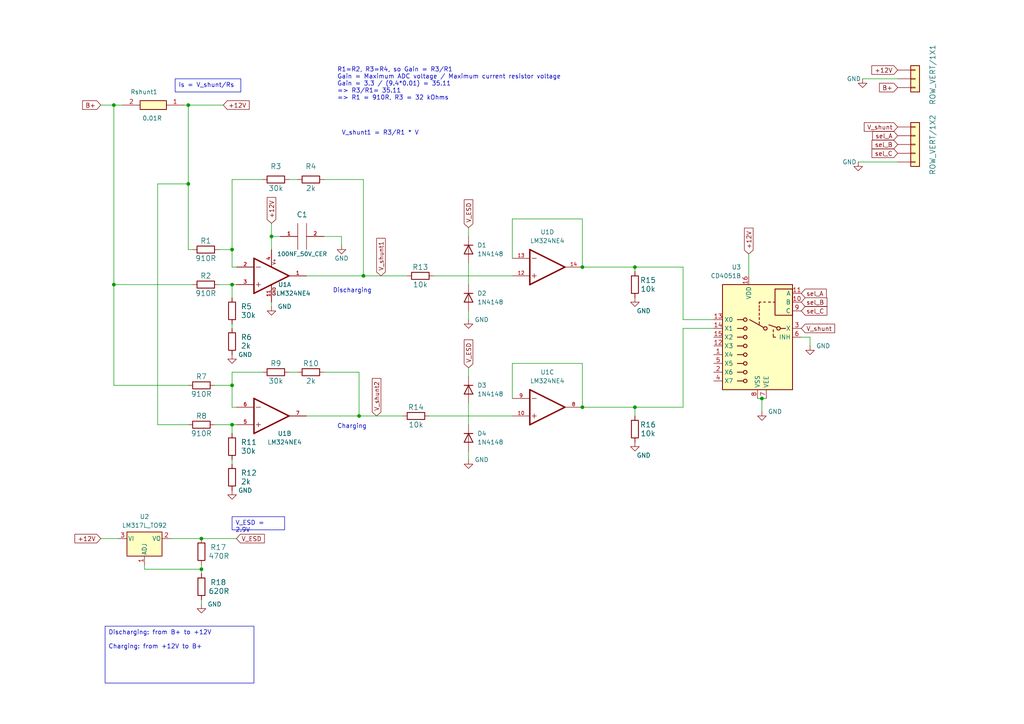
<source format=kicad_sch>
(kicad_sch (version 20230121) (generator eeschema)
  (paper "A4")
  (lib_symbols
    (symbol "Analog_Switch:CD4051B"
      (property "Reference" "U" (at -10.16 16.51 0))
      (property "Value" "CD4051B" (at 3.81 16.51 0))
      (symbol "CD4051B_0_1"
        (rectangle (start -10.16 6.35) (end -5.08 13.97) (stroke (width 0.254)))
        (rectangle (start -10.16 15.24) (end 10.16 -15.24) (stroke (width 0.254)) (fill (type background)))
        (circle (center -6.096 2.54) (radius 0.508) (stroke (width 0.254)))
        (circle (center -2.286 2.54) (radius 0.508) (stroke (width 0.254)))
        (polyline (pts (xy -8.128 2.54) (xy -6.604 2.54)) (stroke (width 0.254)))
        (polyline (pts (xy -5.588 2.794) (xy -3.302 3.556)) (stroke (width 0.254)))
        (polyline (pts (xy -4.572 0) (xy -5.207 0)) (stroke (width 0.254)))
        (polyline (pts (xy -4.572 0.254) (xy -4.572 0.889)) (stroke (width 0.254)))
        (polyline (pts (xy -4.572 1.524) (xy -4.572 2.159)) (stroke (width 0.254)))
        (polyline (pts (xy -4.572 10.16) (xy -5.08 10.16)) (stroke (width 0.254)))
        (polyline (pts (xy -3.81 10.16) (xy -3.175 10.16)) (stroke (width 0.254)))
        (polyline (pts (xy -1.778 2.794) (xy 2.286 5.08)) (stroke (width 0.254)))
        (polyline (pts (xy -1.778 10.16) (xy -2.286 10.16)) (stroke (width 0.254)))
        (polyline (pts (xy -0.508 3.81) (xy -0.508 4.445)) (stroke (width 0.254)))
        (polyline (pts (xy -0.508 5.08) (xy -0.508 5.715)) (stroke (width 0.254)))
        (polyline (pts (xy -0.508 6.35) (xy -0.508 6.985)) (stroke (width 0.254)))
        (polyline (pts (xy -0.508 7.62) (xy -0.508 8.255)) (stroke (width 0.254)))
        (polyline (pts (xy -0.508 8.636) (xy -0.508 9.144)) (stroke (width 0.254)))
        (polyline (pts (xy -0.508 9.652) (xy -0.508 10.16)) (stroke (width 0.254)))
        (polyline (pts (xy -0.508 10.16) (xy -1.016 10.16)) (stroke (width 0.254)))
        (polyline (pts (xy 4.064 -12.7) (xy 5.842 -12.7)) (stroke (width 0.254)))
        (polyline (pts (xy 4.064 -10.16) (xy 5.842 -10.16)) (stroke (width 0.254)))
        (polyline (pts (xy 4.064 -7.62) (xy 5.842 -7.62)) (stroke (width 0.254)))
        (polyline (pts (xy 4.064 -5.08) (xy 5.842 -5.08)) (stroke (width 0.254)))
        (polyline (pts (xy 4.064 -2.54) (xy 5.842 -2.54)) (stroke (width 0.254)))
        (polyline (pts (xy 4.064 0) (xy 5.842 0)) (stroke (width 0.254)))
        (polyline (pts (xy 4.064 2.54) (xy 5.842 2.54)) (stroke (width 0.254)))
        (polyline (pts (xy 4.064 5.08) (xy 5.842 5.08)) (stroke (width 0.254)))
        (circle (center 3.556 -12.7) (radius 0.508) (stroke (width 0.254)))
        (circle (center 3.556 -10.16) (radius 0.508) (stroke (width 0.254)))
        (circle (center 3.556 -7.62) (radius 0.508) (stroke (width 0.254)))
        (circle (center 3.556 -5.08) (radius 0.508) (stroke (width 0.254)))
        (circle (center 3.556 -2.54) (radius 0.508) (stroke (width 0.254)))
        (circle (center 3.556 0) (radius 0.508) (stroke (width 0.254)))
        (circle (center 3.556 2.54) (radius 0.508) (stroke (width 0.254)))
        (circle (center 3.556 5.08) (radius 0.508) (stroke (width 0.254)))
      )
      (symbol "CD4051B_1_1"
        (pin bidirectional line (at 12.7 -5.08 180) (length 2.54) (name "X4") (number "1"))
        (pin input line (at -12.7 10.16 0) (length 2.54) (name "B") (number "10"))
        (pin input line (at -12.7 12.7 0) (length 2.54) (name "A") (number "11"))
        (pin bidirectional line (at 12.7 -2.54 180) (length 2.54) (name "X3") (number "12"))
        (pin bidirectional line (at 12.7 5.08 180) (length 2.54) (name "X0") (number "13"))
        (pin bidirectional line (at 12.7 2.54 180) (length 2.54) (name "X1") (number "14"))
        (pin bidirectional line (at 12.7 0 180) (length 2.54) (name "X2") (number "15"))
        (pin power_in line (at 2.54 17.78 270) (length 2.54) (name "VDD") (number "16"))
        (pin bidirectional line (at 12.7 -10.16 180) (length 2.54) (name "X6") (number "2"))
        (pin bidirectional line (at -12.7 2.54 0) (length 2.54) (name "X") (number "3"))
        (pin bidirectional line (at 12.7 -12.7 180) (length 2.54) (name "X7") (number "4"))
        (pin bidirectional line (at 12.7 -7.62 180) (length 2.54) (name "X5") (number "5"))
        (pin input line (at -12.7 0 0) (length 2.54) (name "INH") (number "6"))
        (pin power_in line (at -2.54 -17.78 90) (length 2.54) (name "VEE") (number "7"))
        (pin power_in line (at 0 -17.78 90) (length 2.54) (name "VSS") (number "8"))
        (pin input line (at -12.7 7.62 0) (length 2.54) (name "C") (number "9"))
      )
    )
    (symbol "Diode:1N4148" (pin_numbers hide) (pin_names hide)
      (property "Reference" "D" (at 0 2.54 0))
      (property "Value" "1N4148" (at 0 -2.54 0))
      (symbol "1N4148_0_1"
        (polyline (pts (xy -1.27 1.27) (xy -1.27 -1.27)) (stroke (width 0.254)))
        (polyline (pts (xy 1.27 0) (xy -1.27 0)))
        (polyline (pts (xy 1.27 1.27) (xy 1.27 -1.27) (xy -1.27 0) (xy 1.27 1.27)) (stroke (width 0.254)))
      )
      (symbol "1N4148_1_1"
        (pin passive line (at -3.81 0 0) (length 2.54) (name "K") (number "1"))
        (pin passive line (at 3.81 0 180) (length 2.54) (name "A") (number "2"))
      )
    )
    (symbol "LM324NE4:LM324NE4" (pin_names (offset 1.016))
      (property "Reference" "U" (at 2.54 3.175 0))
      (property "Value" "LM324NE4" (at 2.54 -3.175 0))
      (symbol "LM324NE4_1_0"
        (polyline (pts (xy -5.08 -5.08) (xy 5.08 0)) (stroke (width 0.4064)))
        (polyline (pts (xy -5.08 5.08) (xy -5.08 -5.08)) (stroke (width 0.4064)))
        (polyline (pts (xy -4.445 -2.54) (xy -3.175 -2.54)) (stroke (width 0.1524)))
        (polyline (pts (xy -4.445 2.54) (xy -3.175 2.54)) (stroke (width 0.1524)))
        (polyline (pts (xy -3.81 -1.905) (xy -3.81 -3.175)) (stroke (width 0.1524)))
        (polyline (pts (xy 5.08 0) (xy -5.08 5.08)) (stroke (width 0.4064)))
        (text "GND" (at 1.27 -3.175 900) (effects (font (size 0.8128 0.8128)) (justify right bottom)))
        (text "V+" (at 1.27 3.175 900) (effects (font (size 0.8128 0.8128)) (justify left bottom)))
        (pin output line (at 10.16 0 180) (length 5.08) (name "~") (number "1"))
        (pin power_in line (at 0 -7.62 90) (length 5.08) (name "~") (number "11"))
        (pin input line (at -10.16 2.54 0) (length 5.08) (name "~") (number "2"))
        (pin input line (at -10.16 -2.54 0) (length 5.08) (name "~") (number "3"))
        (pin power_in line (at 0 7.62 270) (length 5.08) (name "~") (number "4"))
      )
      (symbol "LM324NE4_2_0"
        (polyline (pts (xy -5.08 -5.08) (xy 5.08 0)) (stroke (width 0.4064)))
        (polyline (pts (xy -5.08 5.08) (xy -5.08 -5.08)) (stroke (width 0.4064)))
        (polyline (pts (xy -4.445 -2.54) (xy -3.175 -2.54)) (stroke (width 0.1524)))
        (polyline (pts (xy -4.445 2.54) (xy -3.175 2.54)) (stroke (width 0.1524)))
        (polyline (pts (xy -3.81 -1.905) (xy -3.81 -3.175)) (stroke (width 0.1524)))
        (polyline (pts (xy 5.08 0) (xy -5.08 5.08)) (stroke (width 0.4064)))
        (pin input line (at -10.16 -2.54 0) (length 5.08) (name "~") (number "5"))
        (pin input line (at -10.16 2.54 0) (length 5.08) (name "~") (number "6"))
        (pin output line (at 10.16 0 180) (length 5.08) (name "~") (number "7"))
      )
      (symbol "LM324NE4_3_0"
        (polyline (pts (xy -5.08 -5.08) (xy 5.08 0)) (stroke (width 0.4064)))
        (polyline (pts (xy -5.08 5.08) (xy -5.08 -5.08)) (stroke (width 0.4064)))
        (polyline (pts (xy -4.445 -2.54) (xy -3.175 -2.54)) (stroke (width 0.1524)))
        (polyline (pts (xy -4.445 2.54) (xy -3.175 2.54)) (stroke (width 0.1524)))
        (polyline (pts (xy -3.81 -1.905) (xy -3.81 -3.175)) (stroke (width 0.1524)))
        (polyline (pts (xy 5.08 0) (xy -5.08 5.08)) (stroke (width 0.4064)))
        (pin input line (at -10.16 -2.54 0) (length 5.08) (name "~") (number "10"))
        (pin output line (at 10.16 0 180) (length 5.08) (name "~") (number "8"))
        (pin input line (at -10.16 2.54 0) (length 5.08) (name "~") (number "9"))
      )
      (symbol "LM324NE4_4_0"
        (polyline (pts (xy -5.08 -5.08) (xy 5.08 0)) (stroke (width 0.4064)))
        (polyline (pts (xy -5.08 5.08) (xy -5.08 -5.08)) (stroke (width 0.4064)))
        (polyline (pts (xy -4.445 -2.54) (xy -3.175 -2.54)) (stroke (width 0.1524)))
        (polyline (pts (xy -4.445 2.54) (xy -3.175 2.54)) (stroke (width 0.1524)))
        (polyline (pts (xy -3.81 -1.905) (xy -3.81 -3.175)) (stroke (width 0.1524)))
        (polyline (pts (xy 5.08 0) (xy -5.08 5.08)) (stroke (width 0.4064)))
        (pin input line (at -10.16 -2.54 0) (length 5.08) (name "~") (number "12"))
        (pin input line (at -10.16 2.54 0) (length 5.08) (name "~") (number "13"))
        (pin output line (at 10.16 0 180) (length 5.08) (name "~") (number "14"))
      )
    )
    (symbol "Regulator_Linear:LM317L_TO92" (pin_names (offset 0.254))
      (property "Reference" "U" (at -3.81 3.175 0))
      (property "Value" "LM317L_TO92" (at 0 3.175 0))
      (symbol "LM317L_TO92_0_1"
        (rectangle (start -5.08 1.905) (end 5.08 -5.08) (stroke (width 0.254)) (fill (type background)))
      )
      (symbol "LM317L_TO92_1_1"
        (pin input line (at 0 -7.62 90) (length 2.54) (name "ADJ") (number "1"))
        (pin power_out line (at 7.62 0 180) (length 2.54) (name "VO") (number "2"))
        (pin power_in line (at -7.62 0 0) (length 2.54) (name "VI") (number "3"))
      )
    )
    (symbol "Shunt Resistor WLBR010FET:WLBR010FET" (pin_names hide)
      (property "Reference" "R" (at 13.97 6.35 0))
      (property "Value" "WLBR010FET" (at 13.97 3.81 0))
      (symbol "WLBR010FET_1_1"
        (rectangle (start 5.08 1.27) (end 12.7 -1.27) (stroke (width 0.254)) (fill (type background)))
        (pin passive line (at 0 0 0) (length 5.08) (name "1") (number "1"))
        (pin passive line (at 17.78 0 180) (length 5.08) (name "2") (number "2"))
      )
    )
    (symbol "VAMK_C:100NF_50V_CER" (pin_names (offset 0))
      (property "Reference" "C" (at 0 7.62 0))
      (symbol "100NF_50V_CER_1_1"
        (polyline (pts (xy -1.27 -3.81) (xy -1.27 3.81)))
        (polyline (pts (xy 1.27 -3.81) (xy 1.27 3.81)))
        (pin passive line (at -6.35 0 0) (length 5.08) (name "~") (number "1"))
        (pin passive line (at 6.35 0 180) (length 5.08) (name "~") (number "2"))
      )
    )
    (symbol "VAMK_CON:ROW_VERT_1X3" (pin_numbers hide) (pin_names (offset 0) hide)
      (property "Reference" "ROW_VERT/1X3" (at 12.7 5.08 0))
      (symbol "ROW_VERT_1X3_1_1"
        (rectangle (start -1.27 -2.413) (end 0 -2.667) (stroke (width 0.1524)))
        (rectangle (start -1.27 0.127) (end 0 -0.127) (stroke (width 0.1524)))
        (rectangle (start -1.27 2.667) (end 0 2.413) (stroke (width 0.1524)))
        (rectangle (start -1.27 3.81) (end 1.27 -3.81) (stroke (width 0.254)) (fill (type background)))
        (pin passive line (at -5.08 2.54 0) (length 3.81) (name "Pin_1") (number "1"))
        (pin passive line (at -5.08 0 0) (length 3.81) (name "Pin_2") (number "2"))
        (pin passive line (at -5.08 -2.54 0) (length 3.81) (name "Pin_3") (number "3"))
      )
    )
    (symbol "VAMK_CON:ROW_VERT_1X5" (pin_numbers hide) (pin_names (offset 0) hide)
      (property "Reference" "ROW_VERT/1X5" (at 12.7 5.08 0))
      (symbol "ROW_VERT_1X5_1_1"
        (rectangle (start -1.27 -4.953) (end 0 -5.207) (stroke (width 0.1524)))
        (rectangle (start -1.27 -2.413) (end 0 -2.667) (stroke (width 0.1524)))
        (rectangle (start -1.27 0.127) (end 0 -0.127) (stroke (width 0.1524)))
        (rectangle (start -1.27 2.667) (end 0 2.413) (stroke (width 0.1524)))
        (rectangle (start -1.27 5.207) (end 0 4.953) (stroke (width 0.1524)))
        (rectangle (start -1.27 6.35) (end 1.27 -6.35) (stroke (width 0.254)) (fill (type background)))
        (pin passive line (at -5.08 5.08 0) (length 3.81) (name "Pin_1") (number "1"))
        (pin passive line (at -5.08 2.54 0) (length 3.81) (name "Pin_2") (number "2"))
        (pin passive line (at -5.08 0 0) (length 3.81) (name "Pin_3") (number "3"))
        (pin passive line (at -5.08 -2.54 0) (length 3.81) (name "Pin_4") (number "4"))
        (pin passive line (at -5.08 -5.08 0) (length 3.81) (name "Pin_5") (number "5"))
      )
    )
    (symbol "VAMK_R:10k" (pin_numbers hide) (pin_names (offset 0) hide)
      (property "Reference" "R" (at 0 0 0))
      (symbol "10k_1_1"
        (rectangle (start 2.54 -1.016) (end -2.54 1.016) (stroke (width 0.254)))
        (pin passive line (at -3.81 0 0) (length 1.27) (name "~") (number "1"))
        (pin passive line (at 3.81 0 180) (length 1.27) (name "~") (number "2"))
      )
    )
    (symbol "VAMK_R:2k" (pin_numbers hide) (pin_names (offset 0) hide)
      (property "Reference" "R" (at 0 0 0))
      (symbol "2k_1_1"
        (rectangle (start 2.54 -1.016) (end -2.54 1.016) (stroke (width 0.254)))
        (pin passive line (at -3.81 0 0) (length 1.27) (name "~") (number "1"))
        (pin passive line (at 3.81 0 180) (length 1.27) (name "~") (number "2"))
      )
    )
    (symbol "VAMK_R:30k" (pin_numbers hide) (pin_names (offset 0) hide)
      (property "Reference" "R" (at 0 0 0))
      (symbol "30k_1_1"
        (rectangle (start 2.54 -1.016) (end -2.54 1.016) (stroke (width 0.254)))
        (pin passive line (at -3.81 0 0) (length 1.27) (name "~") (number "1"))
        (pin passive line (at 3.81 0 180) (length 1.27) (name "~") (number "2"))
      )
    )
    (symbol "VAMK_R:470R" (pin_numbers hide) (pin_names (offset 0) hide)
      (property "Reference" "R" (at 0 0 0))
      (symbol "470R_1_1"
        (rectangle (start 2.54 -1.016) (end -2.54 1.016) (stroke (width 0.254)))
        (pin passive line (at -3.81 0 0) (length 1.27) (name "~") (number "1"))
        (pin passive line (at 3.81 0 180) (length 1.27) (name "~") (number "2"))
      )
    )
    (symbol "VAMK_R:620R" (pin_numbers hide) (pin_names (offset 0) hide)
      (property "Reference" "R" (at 0 0 0))
      (symbol "620R_1_1"
        (rectangle (start 2.54 -1.016) (end -2.54 1.016) (stroke (width 0.254)))
        (pin passive line (at -3.81 0 0) (length 1.27) (name "~") (number "1"))
        (pin passive line (at 3.81 0 180) (length 1.27) (name "~") (number "2"))
      )
    )
    (symbol "VAMK_R:910R" (pin_numbers hide) (pin_names (offset 0) hide)
      (property "Reference" "R" (at 0 0 0))
      (symbol "910R_1_1"
        (rectangle (start 2.54 -1.016) (end -2.54 1.016) (stroke (width 0.254)))
        (pin passive line (at -3.81 0 0) (length 1.27) (name "~") (number "1"))
        (pin passive line (at 3.81 0 180) (length 1.27) (name "~") (number "2"))
      )
    )
    (symbol "power:GND" (power) (pin_names (offset 0))
      (property "Value" "GND" (at 0 -3.81 0))
      (symbol "GND_0_1"
        (polyline (pts (xy 0 0) (xy 0 -1.27) (xy 1.27 -1.27) (xy 0 -2.54) (xy -1.27 -1.27) (xy 0 -1.27)))
      )
      (symbol "GND_1_1"
        (pin power_in line (at 0 0 270) (length 0) hide (name "GND") (number "1"))
      )
    )
  )
  (junction (at 67.31 123.19))
  (junction (at 58.42 165.1))
  (junction (at 168.91 77.47))
  (junction (at 67.31 111.76))
  (junction (at 184.15 77.47))
  (junction (at 67.31 82.55))
  (junction (at 54.61 30.48))
  (junction (at 104.14 120.65))
  (junction (at 184.15 118.11))
  (junction (at 58.42 156.21))
  (junction (at 54.61 53.34))
  (junction (at 105.41 80.01))
  (junction (at 220.98 115.57))
  (junction (at 78.74 68.58))
  (junction (at 33.02 82.55))
  (junction (at 168.91 118.11))
  (junction (at 33.02 30.48))
  (junction (at 67.31 72.39))
  (wire (pts (xy 54.61 30.48) (xy 64.77 30.48)))
  (wire (pts (xy 135.89 90.17) (xy 135.89 92.71)))
  (wire (pts (xy 220.98 115.57) (xy 222.25 115.57)))
  (wire (pts (xy 49.53 156.21) (xy 58.42 156.21)))
  (wire (pts (xy 54.61 53.34) (xy 54.61 72.39)))
  (wire (pts (xy 148.59 115.57) (xy 148.59 105.41)))
  (wire (pts (xy 234.95 97.79) (xy 234.95 100.33)))
  (wire (pts (xy 217.17 73.66) (xy 217.17 80.01)))
  (wire (pts (xy 93.98 52.07) (xy 105.41 52.07)))
  (wire (pts (xy 67.31 77.47) (xy 68.58 77.47)))
  (wire (pts (xy 148.59 105.41) (xy 168.91 105.41)))
  (wire (pts (xy 105.41 52.07) (xy 105.41 80.01)))
  (wire (pts (xy 93.98 107.95) (xy 104.14 107.95)))
  (wire (pts (xy 58.42 165.1) (xy 58.42 166.37)))
  (wire (pts (xy 220.98 115.57) (xy 220.98 119.38)))
  (wire (pts (xy 219.71 115.57) (xy 220.98 115.57)))
  (wire (pts (xy 198.12 95.25) (xy 198.12 118.11)))
  (wire (pts (xy 232.41 97.79) (xy 234.95 97.79)))
  (wire (pts (xy 62.23 123.19) (xy 67.31 123.19)))
  (wire (pts (xy 135.89 106.68) (xy 135.89 109.22)))
  (wire (pts (xy 168.91 118.11) (xy 184.15 118.11)))
  (wire (pts (xy 45.72 53.34) (xy 45.72 123.19)))
  (wire (pts (xy 78.74 68.58) (xy 81.28 68.58)))
  (wire (pts (xy 33.02 111.76) (xy 33.02 82.55)))
  (wire (pts (xy 78.74 68.58) (xy 78.74 72.39)))
  (wire (pts (xy 135.89 66.04) (xy 135.89 68.58)))
  (wire (pts (xy 184.15 77.47) (xy 184.15 78.74)))
  (wire (pts (xy 58.42 173.99) (xy 58.42 175.26)))
  (wire (pts (xy 54.61 30.48) (xy 54.61 53.34)))
  (wire (pts (xy 35.56 30.48) (xy 33.02 30.48)))
  (wire (pts (xy 33.02 30.48) (xy 29.21 30.48)))
  (wire (pts (xy 67.31 72.39) (xy 67.31 77.47)))
  (wire (pts (xy 148.59 63.5) (xy 168.91 63.5)))
  (wire (pts (xy 124.46 120.65) (xy 148.59 120.65)))
  (wire (pts (xy 58.42 163.83) (xy 58.42 165.1)))
  (wire (pts (xy 184.15 118.11) (xy 198.12 118.11)))
  (wire (pts (xy 260.35 46.99) (xy 248.92 46.99)))
  (wire (pts (xy 148.59 74.93) (xy 148.59 63.5)))
  (wire (pts (xy 88.9 120.65) (xy 104.14 120.65)))
  (wire (pts (xy 67.31 111.76) (xy 67.31 118.11)))
  (wire (pts (xy 83.82 52.07) (xy 86.36 52.07)))
  (wire (pts (xy 41.91 163.83) (xy 41.91 165.1)))
  (wire (pts (xy 198.12 95.25) (xy 207.01 95.25)))
  (wire (pts (xy 184.15 120.65) (xy 184.15 118.11)))
  (wire (pts (xy 135.89 76.2) (xy 135.89 82.55)))
  (wire (pts (xy 67.31 118.11) (xy 68.58 118.11)))
  (wire (pts (xy 250.19 22.86) (xy 260.35 22.86)))
  (wire (pts (xy 41.91 165.1) (xy 58.42 165.1)))
  (wire (pts (xy 33.02 82.55) (xy 55.88 82.55)))
  (wire (pts (xy 67.31 111.76) (xy 62.23 111.76)))
  (wire (pts (xy 67.31 123.19) (xy 68.58 123.19)))
  (wire (pts (xy 68.58 82.55) (xy 67.31 82.55)))
  (wire (pts (xy 67.31 52.07) (xy 67.31 72.39)))
  (wire (pts (xy 63.5 72.39) (xy 67.31 72.39)))
  (wire (pts (xy 58.42 156.21) (xy 68.58 156.21)))
  (wire (pts (xy 168.91 63.5) (xy 168.91 77.47)))
  (wire (pts (xy 67.31 133.35) (xy 67.31 134.62)))
  (wire (pts (xy 67.31 125.73) (xy 67.31 123.19)))
  (wire (pts (xy 83.82 107.95) (xy 86.36 107.95)))
  (wire (pts (xy 184.15 77.47) (xy 198.12 77.47)))
  (wire (pts (xy 105.41 80.01) (xy 118.11 80.01)))
  (wire (pts (xy 99.06 68.58) (xy 99.06 71.12)))
  (wire (pts (xy 67.31 82.55) (xy 63.5 82.55)))
  (wire (pts (xy 29.21 156.21) (xy 34.29 156.21)))
  (wire (pts (xy 104.14 120.65) (xy 116.84 120.65)))
  (wire (pts (xy 93.98 68.58) (xy 99.06 68.58)))
  (wire (pts (xy 54.61 53.34) (xy 45.72 53.34)))
  (wire (pts (xy 67.31 52.07) (xy 76.2 52.07)))
  (wire (pts (xy 33.02 30.48) (xy 33.02 82.55)))
  (wire (pts (xy 54.61 30.48) (xy 53.34 30.48)))
  (wire (pts (xy 168.91 105.41) (xy 168.91 118.11)))
  (wire (pts (xy 125.73 80.01) (xy 148.59 80.01)))
  (wire (pts (xy 54.61 111.76) (xy 33.02 111.76)))
  (wire (pts (xy 104.14 107.95) (xy 104.14 120.65)))
  (wire (pts (xy 88.9 80.01) (xy 105.41 80.01)))
  (wire (pts (xy 55.88 72.39) (xy 54.61 72.39)))
  (wire (pts (xy 198.12 92.71) (xy 207.01 92.71)))
  (wire (pts (xy 45.72 123.19) (xy 54.61 123.19)))
  (wire (pts (xy 135.89 116.84) (xy 135.89 123.19)))
  (wire (pts (xy 168.91 77.47) (xy 184.15 77.47)))
  (wire (pts (xy 198.12 77.47) (xy 198.12 92.71)))
  (wire (pts (xy 78.74 88.9) (xy 78.74 87.63)))
  (wire (pts (xy 67.31 93.98) (xy 67.31 95.25)))
  (wire (pts (xy 67.31 107.95) (xy 76.2 107.95)))
  (wire (pts (xy 67.31 82.55) (xy 67.31 86.36)))
  (wire (pts (xy 78.74 64.77) (xy 78.74 68.58)))
  (wire (pts (xy 67.31 111.76) (xy 67.31 107.95)))
  (wire (pts (xy 135.89 130.81) (xy 135.89 133.35)))
  (text_box "Discharging: from B+ to +12V\n\nCharging: from +12V to B+" (at 30.48 181.61 0) (size 43.18 16.51) (effects (font (size 1.27 1.27)) (justify left top)))
  (text_box "V_ESD = 2.9V" (at 67.31 149.86 0) (size 15.24 3.81) (effects (font (size 1.27 1.27)) (justify left top)))
  (text_box "Is = V_shunt/Rs" (at 50.8 22.86 0) (size 19.05 3.81) (effects (font (size 1.27 1.27)) (justify left top)))
  (text "R1=R2, R3=R4, so Gain = R3/R1\nGain = Maximum ADC voltage / Maximum current resistor voltage\nGain = 3.3 / (9.4*0.01) = 35.11\n=> R3/R1= 35.11\n=> R1 = 910R, R3 = 32 kOhms" (at 97.79 29.21 0) (effects (font (size 1.27 1.27)) (justify left bottom)))
  (text "Charging\n" (at 97.79 124.46 0) (effects (font (size 1.27 1.27)) (justify left bottom)))
  (text "Discharging" (at 96.52 85.09 0) (effects (font (size 1.27 1.27)) (justify left bottom)))
  (text "V_shunt1 = R3/R1 * V" (at 99.06 39.37 0) (effects (font (size 1.27 1.27)) (justify left bottom)))
  (global_label "sel_C" (shape input) (at 260.35 44.45 180) (property "Intersheetrefs" "${INTERSHEET_REFS}" (effects hide)))
  (global_label "+12V" (shape input) (at 260.35 20.32 180) (property "Intersheetrefs" "${INTERSHEET_REFS}" (effects hide)))
  (global_label "sel_B" (shape input) (at 260.35 41.91 180) (property "Intersheetrefs" "${INTERSHEET_REFS}" (effects hide)))
  (global_label "B+" (shape input) (at 260.35 25.4 180) (property "Intersheetrefs" "${INTERSHEET_REFS}" (effects hide)))
  (global_label "V_shunt" (shape input) (at 232.41 95.25 0) (property "Intersheetrefs" "${INTERSHEET_REFS}" (effects hide)))
  (global_label "+12V" (shape input) (at 78.74 64.77 90) (property "Intersheetrefs" "${INTERSHEET_REFS}" (effects hide)))
  (global_label "sel_B" (shape input) (at 232.41 87.63 0) (property "Intersheetrefs" "${INTERSHEET_REFS}" (effects hide)))
  (global_label "V_shunt" (shape input) (at 260.35 36.83 180) (property "Intersheetrefs" "${INTERSHEET_REFS}" (effects hide)))
  (global_label "+12V" (shape input) (at 217.17 73.66 90) (property "Intersheetrefs" "${INTERSHEET_REFS}" (effects hide)))
  (global_label "V_ESD" (shape input) (at 135.89 106.68 90) (property "Intersheetrefs" "${INTERSHEET_REFS}" (effects hide)))
  (global_label "V_ESD" (shape input) (at 68.58 156.21 0) (property "Intersheetrefs" "${INTERSHEET_REFS}" (effects hide)))
  (global_label "B+" (shape input) (at 29.21 30.48 180) (property "Intersheetrefs" "${INTERSHEET_REFS}" (effects hide)))
  (global_label "sel_A" (shape input) (at 232.41 85.09 0) (property "Intersheetrefs" "${INTERSHEET_REFS}" (effects hide)))
  (global_label "V_ESD" (shape input) (at 135.89 66.04 90) (property "Intersheetrefs" "${INTERSHEET_REFS}" (effects hide)))
  (global_label "sel_C" (shape input) (at 232.41 90.17 0) (property "Intersheetrefs" "${INTERSHEET_REFS}" (effects hide)))
  (global_label "V_shunt2" (shape input) (at 109.22 120.65 90) (property "Intersheetrefs" "${INTERSHEET_REFS}" (effects hide)))
  (global_label "+12V" (shape input) (at 29.21 156.21 180) (property "Intersheetrefs" "${INTERSHEET_REFS}" (effects hide)))
  (global_label "V_shunt1" (shape input) (at 110.49 80.01 90) (property "Intersheetrefs" "${INTERSHEET_REFS}" (effects hide)))
  (global_label "sel_A" (shape input) (at 260.35 39.37 180) (property "Intersheetrefs" "${INTERSHEET_REFS}" (effects hide)))
  (global_label "+12V" (shape input) (at 64.77 30.48 0) (property "Intersheetrefs" "${INTERSHEET_REFS}" (effects hide)))
  (symbol (lib_id "VAMK_R:2k") (at 90.17 107.95 0) (unit 1)
    (property "Reference" "R10" (at 90.17 105.41 0) (effects (font (size 1.524 1.524))))
    (property "Value" "2k" (at 90.17 110.49 0) (effects (font (size 1.524 1.524))))
    (property "Footprint" "VAMK_R:R3_5W" (effects hide))
    (property "Datasheet" "\"\"" (effects hide))
    (property "Storing Location" " 1.7.3.2" (effects hide))
    (property "Tolerance" "+-1%" (effects hide))
    (property "Order Number Elfa" "60-726-07" (effects hide))
    (property "Order Number Farnell" "946673" (effects hide))
    (property "Blank Field" "none" (effects hide))
  )
  (symbol (lib_id "power:GND") (at 184.15 86.36 0) (unit 1)
    (property "Reference" "#PWR07" (effects hide))
    (property "Value" "GND" (at 186.69 90.17 0))
  )
  (symbol (lib_id "VAMK_R:30k") (at 67.31 129.54 90) (unit 1)
    (property "Reference" "R11" (at 69.85 128.27 90) (effects (font (size 1.524 1.524)) (justify right)))
    (property "Value" "30k" (at 69.85 130.81 90) (effects (font (size 1.524 1.524)) (justify right)))
    (property "Footprint" "VAMK_R:R3_5W" (effects hide))
    (property "Datasheet" "\"\"" (effects hide))
    (property "Storing Location" " 1.9.4.3" (effects hide))
    (property "Tolerance" "+-1%" (effects hide))
    (property "Order Number Elfa" "60-739-44" (effects hide))
    (property "Order Number Farnell" "9467173" (effects hide))
    (property "Blank Field" "none" (effects hide))
  )
  (symbol (lib_id "Diode:1N4148") (at 135.89 127 270) (unit 1)
    (property "Reference" "D4" (at 138.43 125.73 90) (effects (justify left)))
    (property "Value" "1N4148" (at 138.43 128.27 90) (effects (justify left)))
    (property "Footprint" "Diode_THT:D_DO-35_SOD27_P7.62mm_Horizontal" (effects hide))
    (property "Datasheet" "https://assets.nexperia.com/documents/data-sheet/1N4148_1N4448.pdf" (effects hide))
    (property "Sim.Device" "D" (effects hide))
    (property "Sim.Pins" "1=K 2=A" (effects hide))
  )
  (symbol (lib_id "VAMK_R:10k") (at 121.92 80.01 0) (unit 1)
    (property "Reference" "R13" (at 121.92 77.47 0) (effects (font (size 1.524 1.524))))
    (property "Value" "10k" (at 121.92 82.55 0) (effects (font (size 1.524 1.524))))
    (property "Footprint" "VAMK_R:R3_5W" (effects hide))
    (property "Datasheet" "\"\"" (effects hide))
    (property "Storing Location" " 1.9.1.1" (effects hide))
    (property "Tolerance" "+-1%" (effects hide))
    (property "Order Number Elfa" "60-734-23" (effects hide))
    (property "Order Number Farnell" "9463976" (effects hide))
    (property "Blank Field" "none" (effects hide))
  )
  (symbol (lib_id "power:GND") (at 135.89 92.71 0) (unit 1)
    (property "Reference" "#PWR010" (effects hide))
    (property "Value" "GND" (at 139.7 92.71 0))
  )
  (symbol (lib_id "VAMK_R:910R") (at 59.69 72.39 0) (unit 1)
    (property "Reference" "R1" (at 59.69 69.85 0) (effects (font (size 1.524 1.524))))
    (property "Value" "910R" (at 59.69 74.93 0) (effects (font (size 1.524 1.524))))
    (property "Footprint" "VAMK_R:R3_5W" (effects hide))
    (property "Datasheet" "\"\"" (effects hide))
    (property "Storing Location" " 1.6.4.3" (effects hide))
    (property "Tolerance" "+-1%" (effects hide))
    (property "Order Number Elfa" "60-722-43" (effects hide))
    (property "Order Number Farnell" "9470581" (effects hide))
    (property "Blank Field" "none" (effects hide))
  )
  (symbol (lib_id "power:GND") (at 135.89 133.35 0) (unit 1)
    (property "Reference" "#PWR011" (effects hide))
    (property "Value" "GND" (at 139.7 133.35 0))
  )
  (symbol (lib_id "VAMK_R:2k") (at 67.31 99.06 90) (unit 1)
    (property "Reference" "R6" (at 69.85 97.79 90) (effects (font (size 1.524 1.524)) (justify right)))
    (property "Value" "2k" (at 69.85 100.33 90) (effects (font (size 1.524 1.524)) (justify right)))
    (property "Footprint" "VAMK_R:R3_5W" (effects hide))
    (property "Datasheet" "\"\"" (effects hide))
    (property "Storing Location" " 1.7.3.2" (effects hide))
    (property "Tolerance" "+-1%" (effects hide))
    (property "Order Number Elfa" "60-726-07" (effects hide))
    (property "Order Number Farnell" "946673" (effects hide))
    (property "Blank Field" "none" (effects hide))
  )
  (symbol (lib_id "Analog_Switch:CD4051B") (at 219.71 97.79 0) (mirror y) (unit 1)
    (property "Reference" "U3" (at 214.9759 77.47 0) (effects (justify left)))
    (property "Value" "CD4051B" (at 214.9759 80.01 0) (effects (justify left)))
    (property "Footprint" "CD4051BE:DIP794W45P254L1969H508Q16" (effects hide))
    (property "Datasheet" "http://www.ti.com/lit/ds/symlink/cd4052b.pdf" (effects hide))
  )
  (symbol (lib_id "LM324NE4:LM324NE4") (at 78.74 120.65 0) (unit 2)
    (property "Reference" "U1" (at 82.55 125.73 0))
    (property "Value" "LM324NE4" (at 82.55 128.27 0))
    (property "Footprint" "LM324NE4:DIP825W47P254L1917H533Q14" (effects hide))
    (property "MF" "Texas Instruments" (effects hide))
    (property "MAXIMUM_PACKAGE_HEIGHT" "5.08mm" (effects hide))
    (property "Package" "PDIP-14 Texas Instruments" (effects hide))
    (property "Price" "None" (effects hide))
    (property "Check_prices" "https://www.snapeda.com/parts/LM324NE4/Texas+Instruments/view-part/?ref=eda" (effects hide))
    (property "STANDARD" "IPC-7351B" (effects hide))
    (property "PARTREV" "D" (effects hide))
    (property "SnapEDA_Link" "https://www.snapeda.com/parts/LM324NE4/Texas+Instruments/view-part/?ref=snap" (effects hide))
    (property "MP" "LM324NE4" (effects hide))
    (property "Purchase-URL" "https://www.snapeda.com/api/url_track_click_mouser/?unipart_id=18368&manufacturer=Texas Instruments&part_name=LM324NE4&search_term=lm324" (effects hide))
    (property "Description" "\nQuad, 30-V, 1.2-MHz operational amplifier\n" (effects hide))
    (property "Availability" "In Stock" (effects hide))
    (property "MANUFACTURER" "Texas Instruments" (effects hide))
  )
  (symbol (lib_id "Diode:1N4148") (at 135.89 113.03 270) (unit 1)
    (property "Reference" "D3" (at 138.43 111.76 90) (effects (justify left)))
    (property "Value" "1N4148" (at 138.43 114.3 90) (effects (justify left)))
    (property "Footprint" "Diode_THT:D_DO-35_SOD27_P7.62mm_Horizontal" (effects hide))
    (property "Datasheet" "https://assets.nexperia.com/documents/data-sheet/1N4148_1N4448.pdf" (effects hide))
    (property "Sim.Device" "D" (effects hide))
    (property "Sim.Pins" "1=K 2=A" (effects hide))
  )
  (symbol (lib_id "power:GND") (at 234.95 100.33 0) (unit 1)
    (property "Reference" "#PWR06" (effects hide))
    (property "Value" "GND" (at 238.76 100.33 0))
  )
  (symbol (lib_id "power:GND") (at 67.31 102.87 0) (unit 1)
    (property "Reference" "#PWR01" (effects hide))
    (property "Value" "GND" (at 71.12 102.87 0))
  )
  (symbol (lib_id "power:GND") (at 78.74 88.9 0) (unit 1)
    (property "Reference" "#PWR03" (effects hide))
    (property "Value" "GND" (at 82.55 88.9 0))
  )
  (symbol (lib_id "VAMK_C:100NF_50V_CER") (at 87.63 68.58 0) (unit 1)
    (property "Reference" "C1" (at 87.63 62.23 0) (effects (font (size 1.524 1.524))))
    (property "Value" "100NF_50V_CER" (at 87.63 73.66 0) (effects (font (size 1.2 1.2))))
    (property "Footprint" "VAMK_C:C5_0" (effects hide))
    (property "Datasheet" "\"\"" (effects hide))
    (property "Storing Location" " 2.4.4.2" (effects hide))
    (property "Prototype Name" "100n" (effects hide))
    (property "Tolerance" " +-10%" (effects hide))
    (property "Order Number Elfa" "65-736-87" (effects hide))
  )
  (symbol (lib_id "VAMK_R:470R") (at 58.42 160.02 90) (unit 1)
    (property "Reference" "R17" (at 60.96 158.75 90) (effects (font (size 1.524 1.524)) (justify right)))
    (property "Value" "470R" (at 63.5 161.29 90) (effects (font (size 1.524 1.524))))
    (property "Footprint" "VAMK_R:R3_5W" (effects hide))
    (property "Datasheet" "\"\"" (effects hide))
    (property "Storing Location" " 1.6.2.2" (effects hide))
    (property "Tolerance" "+-1%" (effects hide))
    (property "Order Number Elfa" "60-719-06" (effects hide))
    (property "Order Number Farnell" "9468463" (effects hide))
    (property "Blank Field" "none" (effects hide))
  )
  (symbol (lib_id "Diode:1N4148") (at 135.89 72.39 270) (unit 1)
    (property "Reference" "D1" (at 138.43 71.12 90) (effects (justify left)))
    (property "Value" "1N4148" (at 138.43 73.66 90) (effects (justify left)))
    (property "Footprint" "Diode_THT:D_DO-35_SOD27_P7.62mm_Horizontal" (effects hide))
    (property "Datasheet" "https://assets.nexperia.com/documents/data-sheet/1N4148_1N4448.pdf" (effects hide))
    (property "Sim.Device" "D" (effects hide))
    (property "Sim.Pins" "1=K 2=A" (effects hide))
  )
  (symbol (lib_id "VAMK_R:30k") (at 80.01 52.07 0) (unit 1)
    (property "Reference" "R3" (at 80.01 48.26 0) (effects (font (size 1.524 1.524))))
    (property "Value" "30k" (at 80.01 54.61 0) (effects (font (size 1.524 1.524))))
    (property "Footprint" "VAMK_R:R3_5W" (effects hide))
    (property "Datasheet" "\"\"" (effects hide))
    (property "Storing Location" " 1.9.4.3" (effects hide))
    (property "Tolerance" "+-1%" (effects hide))
    (property "Order Number Elfa" "60-739-44" (effects hide))
    (property "Order Number Farnell" "9467173" (effects hide))
    (property "Blank Field" "none" (effects hide))
  )
  (symbol (lib_id "VAMK_R:620R") (at 58.42 170.18 90) (unit 1)
    (property "Reference" "R18" (at 60.96 168.91 90) (effects (font (size 1.524 1.524)) (justify right)))
    (property "Value" "620R" (at 63.5 171.45 90) (effects (font (size 1.524 1.524))))
    (property "Footprint" "VAMK_R:R3_5W" (effects hide))
    (property "Datasheet" "\"\"" (effects hide))
    (property "Storing Location" " 1.6.3.2" (effects hide))
    (property "Tolerance" "+-1%" (effects hide))
    (property "Order Number Elfa" "60-720-52" (effects hide))
    (property "Order Number Farnell" "9469478" (effects hide))
    (property "Blank Field" "none" (effects hide))
  )
  (symbol (lib_id "VAMK_R:910R") (at 59.69 82.55 0) (unit 1)
    (property "Reference" "R2" (at 59.69 80.01 0) (effects (font (size 1.524 1.524))))
    (property "Value" "910R" (at 59.69 85.09 0) (effects (font (size 1.524 1.524))))
    (property "Footprint" "VAMK_R:R3_5W" (effects hide))
    (property "Datasheet" "\"\"" (effects hide))
    (property "Storing Location" " 1.6.4.3" (effects hide))
    (property "Tolerance" "+-1%" (effects hide))
    (property "Order Number Elfa" "60-722-43" (effects hide))
    (property "Order Number Farnell" "9470581" (effects hide))
    (property "Blank Field" "none" (effects hide))
  )
  (symbol (lib_id "VAMK_R:910R") (at 58.42 111.76 0) (unit 1)
    (property "Reference" "R7" (at 58.42 109.22 0) (effects (font (size 1.524 1.524))))
    (property "Value" "910R" (at 58.42 114.3 0) (effects (font (size 1.524 1.524))))
    (property "Footprint" "VAMK_R:R3_5W" (effects hide))
    (property "Datasheet" "\"\"" (effects hide))
    (property "Storing Location" " 1.6.4.3" (effects hide))
    (property "Tolerance" "+-1%" (effects hide))
    (property "Order Number Elfa" "60-722-43" (effects hide))
    (property "Order Number Farnell" "9470581" (effects hide))
    (property "Blank Field" "none" (effects hide))
  )
  (symbol (lib_id "LM324NE4:LM324NE4") (at 158.75 77.47 0) (unit 4)
    (property "Reference" "U1" (at 158.75 67.31 0))
    (property "Value" "LM324NE4" (at 158.75 69.85 0))
    (property "Footprint" "LM324NE4:DIP825W47P254L1917H533Q14" (effects hide))
    (property "MF" "Texas Instruments" (effects hide))
    (property "MAXIMUM_PACKAGE_HEIGHT" "5.08mm" (effects hide))
    (property "Package" "PDIP-14 Texas Instruments" (effects hide))
    (property "Price" "None" (effects hide))
    (property "Check_prices" "https://www.snapeda.com/parts/LM324NE4/Texas+Instruments/view-part/?ref=eda" (effects hide))
    (property "STANDARD" "IPC-7351B" (effects hide))
    (property "PARTREV" "D" (effects hide))
    (property "SnapEDA_Link" "https://www.snapeda.com/parts/LM324NE4/Texas+Instruments/view-part/?ref=snap" (effects hide))
    (property "MP" "LM324NE4" (effects hide))
    (property "Purchase-URL" "https://www.snapeda.com/api/url_track_click_mouser/?unipart_id=18368&manufacturer=Texas Instruments&part_name=LM324NE4&search_term=lm324" (effects hide))
    (property "Description" "\nQuad, 30-V, 1.2-MHz operational amplifier\n" (effects hide))
    (property "Availability" "In Stock" (effects hide))
    (property "MANUFACTURER" "Texas Instruments" (effects hide))
  )
  (symbol (lib_id "Diode:1N4148") (at 135.89 86.36 270) (unit 1)
    (property "Reference" "D2" (at 138.43 85.09 90) (effects (justify left)))
    (property "Value" "1N4148" (at 138.43 87.63 90) (effects (justify left)))
    (property "Footprint" "Diode_THT:D_DO-35_SOD27_P7.62mm_Horizontal" (effects hide))
    (property "Datasheet" "https://assets.nexperia.com/documents/data-sheet/1N4148_1N4448.pdf" (effects hide))
    (property "Sim.Device" "D" (effects hide))
    (property "Sim.Pins" "1=K 2=A" (effects hide))
  )
  (symbol (lib_id "power:GND") (at 250.19 22.86 0) (unit 1)
    (property "Reference" "#PWR04" (effects hide))
    (property "Value" "GND" (at 247.65 22.86 0))
  )
  (symbol (lib_id "VAMK_CON:ROW_VERT_1X3") (at 265.43 22.86 0) (unit 1)
    (property "Reference" "ROW_VERT/1X1" (at 270.51 30.48 90) (effects (font (size 1.524 1.524)) (justify left)))
    (property "Value" "ROW_VERT_1X3" (effects hide))
    (property "Footprint" "VAMK_CON:ROW_VERT_1x3" (effects hide))
    (property "Datasheet" "\"\"" (effects hide))
    (property "Storing Location" "3.10.1.X" (effects hide))
    (property "Order Number Elfa" "43-702-19" (effects hide))
    (property "Order Numer Farnell" "329-1807" (effects hide))
  )
  (symbol (lib_id "VAMK_CON:ROW_VERT_1X5") (at 265.43 41.91 0) (unit 1)
    (property "Reference" "ROW_VERT/1X2" (at 270.51 50.8 90) (effects (font (size 1.524 1.524)) (justify left)))
    (property "Value" "ROW_VERT_1X5" (effects hide))
    (property "Footprint" "VAMK_CON:ROW_VERT_1x5" (effects hide))
    (property "Datasheet" "\"\"" (effects hide))
    (property "Storing Location" "3.10.1.X" (effects hide))
    (property "Order Number Elfa" "43-702-19" (effects hide))
    (property "Order Numer Farnell" "329-1807" (effects hide))
  )
  (symbol (lib_id "VAMK_R:10k") (at 184.15 82.55 90) (unit 1)
    (property "Reference" "R15" (at 187.96 81.28 90) (effects (font (size 1.524 1.524))))
    (property "Value" "10k" (at 187.96 83.82 90) (effects (font (size 1.524 1.524))))
    (property "Footprint" "VAMK_R:R3_5W" (effects hide))
    (property "Datasheet" "\"\"" (effects hide))
    (property "Storing Location" " 1.9.1.1" (effects hide))
    (property "Tolerance" "+-1%" (effects hide))
    (property "Order Number Elfa" "60-734-23" (effects hide))
    (property "Order Number Farnell" "9463976" (effects hide))
    (property "Blank Field" "none" (effects hide))
  )
  (symbol (lib_id "VAMK_R:910R") (at 58.42 123.19 0) (unit 1)
    (property "Reference" "R8" (at 58.42 120.65 0) (effects (font (size 1.524 1.524))))
    (property "Value" "910R" (at 58.42 125.73 0) (effects (font (size 1.524 1.524))))
    (property "Footprint" "VAMK_R:R3_5W" (effects hide))
    (property "Datasheet" "\"\"" (effects hide))
    (property "Storing Location" " 1.6.4.3" (effects hide))
    (property "Tolerance" "+-1%" (effects hide))
    (property "Order Number Elfa" "60-722-43" (effects hide))
    (property "Order Number Farnell" "9470581" (effects hide))
    (property "Blank Field" "none" (effects hide))
  )
  (symbol (lib_id "LM324NE4:LM324NE4") (at 78.74 80.01 0) (unit 1)
    (property "Reference" "U1" (at 82.55 82.55 0))
    (property "Value" "LM324NE4" (at 85.09 85.09 0))
    (property "Footprint" "LM324NE4:DIP825W47P254L1917H533Q14" (effects hide))
    (property "MF" "Texas Instruments" (effects hide))
    (property "MAXIMUM_PACKAGE_HEIGHT" "5.08mm" (effects hide))
    (property "Package" "PDIP-14 Texas Instruments" (effects hide))
    (property "Price" "None" (effects hide))
    (property "Check_prices" "https://www.snapeda.com/parts/LM324NE4/Texas+Instruments/view-part/?ref=eda" (effects hide))
    (property "STANDARD" "IPC-7351B" (effects hide))
    (property "PARTREV" "D" (effects hide))
    (property "SnapEDA_Link" "https://www.snapeda.com/parts/LM324NE4/Texas+Instruments/view-part/?ref=snap" (effects hide))
    (property "MP" "LM324NE4" (effects hide))
    (property "Purchase-URL" "https://www.snapeda.com/api/url_track_click_mouser/?unipart_id=18368&manufacturer=Texas Instruments&part_name=LM324NE4&search_term=lm324" (effects hide))
    (property "Description" "\nQuad, 30-V, 1.2-MHz operational amplifier\n" (effects hide))
    (property "Availability" "In Stock" (effects hide))
    (property "MANUFACTURER" "Texas Instruments" (effects hide))
  )
  (symbol (lib_id "power:GND") (at 67.31 142.24 0) (unit 1)
    (property "Reference" "#PWR02" (effects hide))
    (property "Value" "GND" (at 71.12 142.24 0))
  )
  (symbol (lib_id "VAMK_R:10k") (at 184.15 124.46 90) (unit 1)
    (property "Reference" "R16" (at 187.96 123.19 90) (effects (font (size 1.524 1.524))))
    (property "Value" "10k" (at 187.96 125.73 90) (effects (font (size 1.524 1.524))))
    (property "Footprint" "VAMK_R:R3_5W" (effects hide))
    (property "Datasheet" "\"\"" (effects hide))
    (property "Storing Location" " 1.9.1.1" (effects hide))
    (property "Tolerance" "+-1%" (effects hide))
    (property "Order Number Elfa" "60-734-23" (effects hide))
    (property "Order Number Farnell" "9463976" (effects hide))
    (property "Blank Field" "none" (effects hide))
  )
  (symbol (lib_id "LM324NE4:LM324NE4") (at 158.75 118.11 0) (unit 3)
    (property "Reference" "U1" (at 158.75 107.95 0))
    (property "Value" "LM324NE4" (at 158.75 110.49 0))
    (property "Footprint" "LM324NE4:DIP825W47P254L1917H533Q14" (effects hide))
    (property "MF" "Texas Instruments" (effects hide))
    (property "MAXIMUM_PACKAGE_HEIGHT" "5.08mm" (effects hide))
    (property "Package" "PDIP-14 Texas Instruments" (effects hide))
    (property "Price" "None" (effects hide))
    (property "Check_prices" "https://www.snapeda.com/parts/LM324NE4/Texas+Instruments/view-part/?ref=eda" (effects hide))
    (property "STANDARD" "IPC-7351B" (effects hide))
    (property "PARTREV" "D" (effects hide))
    (property "SnapEDA_Link" "https://www.snapeda.com/parts/LM324NE4/Texas+Instruments/view-part/?ref=snap" (effects hide))
    (property "MP" "LM324NE4" (effects hide))
    (property "Purchase-URL" "https://www.snapeda.com/api/url_track_click_mouser/?unipart_id=18368&manufacturer=Texas Instruments&part_name=LM324NE4&search_term=lm324" (effects hide))
    (property "Description" "\nQuad, 30-V, 1.2-MHz operational amplifier\n" (effects hide))
    (property "Availability" "In Stock" (effects hide))
    (property "MANUFACTURER" "Texas Instruments" (effects hide))
  )
  (symbol (lib_id "power:GND") (at 184.15 128.27 0) (unit 1)
    (property "Reference" "#PWR08" (effects hide))
    (property "Value" "GND" (at 186.69 132.08 0))
  )
  (symbol (lib_id "power:GND") (at 248.92 46.99 0) (unit 1)
    (property "Reference" "#PWR013" (effects hide))
    (property "Value" "GND" (at 246.38 46.99 0))
  )
  (symbol (lib_id "power:GND") (at 99.06 71.12 0) (unit 1)
    (property "Reference" "#PWR09" (effects hide))
    (property "Value" "GND" (at 99.06 74.93 0))
  )
  (symbol (lib_id "VAMK_R:2k") (at 67.31 138.43 90) (unit 1)
    (property "Reference" "R12" (at 69.85 137.16 90) (effects (font (size 1.524 1.524)) (justify right)))
    (property "Value" "2k" (at 69.85 139.7 90) (effects (font (size 1.524 1.524)) (justify right)))
    (property "Footprint" "VAMK_R:R3_5W" (effects hide))
    (property "Datasheet" "\"\"" (effects hide))
    (property "Storing Location" " 1.7.3.2" (effects hide))
    (property "Tolerance" "+-1%" (effects hide))
    (property "Order Number Elfa" "60-726-07" (effects hide))
    (property "Order Number Farnell" "946673" (effects hide))
    (property "Blank Field" "none" (effects hide))
  )
  (symbol (lib_id "VAMK_R:2k") (at 90.17 52.07 0) (unit 1)
    (property "Reference" "R4" (at 90.17 48.26 0) (effects (font (size 1.524 1.524))))
    (property "Value" "2k" (at 90.17 54.61 0) (effects (font (size 1.524 1.524))))
    (property "Footprint" "VAMK_R:R3_5W" (effects hide))
    (property "Datasheet" "\"\"" (effects hide))
    (property "Storing Location" " 1.7.3.2" (effects hide))
    (property "Tolerance" "+-1%" (effects hide))
    (property "Order Number Elfa" "60-726-07" (effects hide))
    (property "Order Number Farnell" "946673" (effects hide))
    (property "Blank Field" "none" (effects hide))
  )
  (symbol (lib_id "power:GND") (at 220.98 119.38 0) (unit 1)
    (property "Reference" "#PWR05" (effects hide))
    (property "Value" "GND" (at 224.79 119.38 0))
  )
  (symbol (lib_id "power:GND") (at 58.42 175.26 0) (unit 1)
    (property "Reference" "#PWR012" (effects hide))
    (property "Value" "GND" (at 62.23 175.26 0))
  )
  (symbol (lib_id "VAMK_R:30k") (at 67.31 90.17 90) (unit 1)
    (property "Reference" "R5" (at 69.85 88.9 90) (effects (font (size 1.524 1.524)) (justify right)))
    (property "Value" "30k" (at 69.85 91.44 90) (effects (font (size 1.524 1.524)) (justify right)))
    (property "Footprint" "VAMK_R:R3_5W" (effects hide))
    (property "Datasheet" "\"\"" (effects hide))
    (property "Storing Location" " 1.9.4.3" (effects hide))
    (property "Tolerance" "+-1%" (effects hide))
    (property "Order Number Elfa" "60-739-44" (effects hide))
    (property "Order Number Farnell" "9467173" (effects hide))
    (property "Blank Field" "none" (effects hide))
  )
  (symbol (lib_id "Shunt Resistor WLBR010FET:WLBR010FET") (at 53.34 30.48 180) (unit 1)
    (property "Reference" "Rshunt1" (at 45.72 26.67 0) (effects (justify left)))
    (property "Value" "0.01R" (at 46.99 34.29 0) (effects (justify left)))
    (property "Footprint" "WLBR010FET:RES_WH&slash_NB_OHM" (effects hide))
    (property "Datasheet" "https://datasheet.datasheetarchive.com/originals/distributors/Datasheets-DGA8/3138959.pdf" (effects hide))
    (property "Mouser Part Number" "588-WLBR010FET" (effects hide))
    (property "Mouser Price/Stock" "https://www.mouser.co.uk/ProductDetail/Ohmite/WLBR010FET?qs=xbi1O6BJQnjJkpe0PLP6fg%3D%3D" (effects hide))
    (property "Manufacturer_Name" "Ohmite" (effects hide))
    (property "Manufacturer_Part_Number" "WLBR010FET" (effects hide))
  )
  (symbol (lib_id "VAMK_R:30k") (at 80.01 107.95 0) (unit 1)
    (property "Reference" "R9" (at 80.01 105.41 0) (effects (font (size 1.524 1.524))))
    (property "Value" "30k" (at 80.01 110.49 0) (effects (font (size 1.524 1.524))))
    (property "Footprint" "VAMK_R:R3_5W" (effects hide))
    (property "Datasheet" "\"\"" (effects hide))
    (property "Storing Location" " 1.9.4.3" (effects hide))
    (property "Tolerance" "+-1%" (effects hide))
    (property "Order Number Elfa" "60-739-44" (effects hide))
    (property "Order Number Farnell" "9467173" (effects hide))
    (property "Blank Field" "none" (effects hide))
  )
  (symbol (lib_id "Regulator_Linear:LM317L_TO92") (at 41.91 156.21 0) (unit 1)
    (property "Reference" "U2" (at 41.91 149.86 0))
    (property "Value" "LM317L_TO92" (at 41.91 152.4 0))
    (property "Footprint" "Package_TO_SOT_THT:TO-92_Inline" (effects hide))
    (property "Datasheet" "http://www.ti.com/lit/ds/snvs775k/snvs775k.pdf" (effects hide))
  )
  (symbol (lib_id "VAMK_R:10k") (at 120.65 120.65 0) (unit 1)
    (property "Reference" "R14" (at 120.65 118.11 0) (effects (font (size 1.524 1.524))))
    (property "Value" "10k" (at 120.65 123.19 0) (effects (font (size 1.524 1.524))))
    (property "Footprint" "VAMK_R:R3_5W" (effects hide))
    (property "Datasheet" "\"\"" (effects hide))
    (property "Storing Location" " 1.9.1.1" (effects hide))
    (property "Tolerance" "+-1%" (effects hide))
    (property "Order Number Elfa" "60-734-23" (effects hide))
    (property "Order Number Farnell" "9463976" (effects hide))
    (property "Blank Field" "none" (effects hide))
  )
)
</source>
